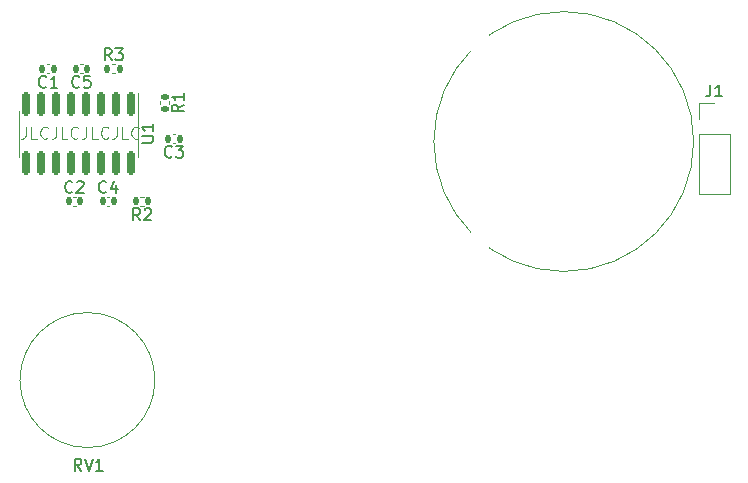
<source format=gto>
G04 #@! TF.GenerationSoftware,KiCad,Pcbnew,(6.0.1-0)*
G04 #@! TF.CreationDate,2022-01-17T01:44:42+01:00*
G04 #@! TF.ProjectId,f_buzzer,665f6275-7a7a-4657-922e-6b696361645f,rev?*
G04 #@! TF.SameCoordinates,Original*
G04 #@! TF.FileFunction,Legend,Top*
G04 #@! TF.FilePolarity,Positive*
%FSLAX46Y46*%
G04 Gerber Fmt 4.6, Leading zero omitted, Abs format (unit mm)*
G04 Created by KiCad (PCBNEW (6.0.1-0)) date 2022-01-17 01:44:42*
%MOMM*%
%LPD*%
G01*
G04 APERTURE LIST*
G04 Aperture macros list*
%AMRoundRect*
0 Rectangle with rounded corners*
0 $1 Rounding radius*
0 $2 $3 $4 $5 $6 $7 $8 $9 X,Y pos of 4 corners*
0 Add a 4 corners polygon primitive as box body*
4,1,4,$2,$3,$4,$5,$6,$7,$8,$9,$2,$3,0*
0 Add four circle primitives for the rounded corners*
1,1,$1+$1,$2,$3*
1,1,$1+$1,$4,$5*
1,1,$1+$1,$6,$7*
1,1,$1+$1,$8,$9*
0 Add four rect primitives between the rounded corners*
20,1,$1+$1,$2,$3,$4,$5,0*
20,1,$1+$1,$4,$5,$6,$7,0*
20,1,$1+$1,$6,$7,$8,$9,0*
20,1,$1+$1,$8,$9,$2,$3,0*%
G04 Aperture macros list end*
%ADD10C,0.100000*%
%ADD11C,0.150000*%
%ADD12C,0.120000*%
%ADD13O,1.500000X9.000000*%
%ADD14RoundRect,0.140000X0.140000X0.170000X-0.140000X0.170000X-0.140000X-0.170000X0.140000X-0.170000X0*%
%ADD15RoundRect,0.135000X-0.185000X0.135000X-0.185000X-0.135000X0.185000X-0.135000X0.185000X0.135000X0*%
%ADD16RoundRect,0.135000X0.135000X0.185000X-0.135000X0.185000X-0.135000X-0.185000X0.135000X-0.185000X0*%
%ADD17RoundRect,0.135000X-0.135000X-0.185000X0.135000X-0.185000X0.135000X0.185000X-0.135000X0.185000X0*%
%ADD18C,1.524000*%
%ADD19RoundRect,0.150000X-0.150000X0.825000X-0.150000X-0.825000X0.150000X-0.825000X0.150000X0.825000X0*%
%ADD20R,1.700000X1.700000*%
%ADD21O,1.700000X1.700000*%
%ADD22RoundRect,0.140000X-0.140000X-0.170000X0.140000X-0.170000X0.140000X0.170000X-0.140000X0.170000X0*%
%ADD23O,1.500000X13.000000*%
G04 APERTURE END LIST*
D10*
X123270952Y-86922380D02*
X123270952Y-87636666D01*
X123223333Y-87779523D01*
X123128095Y-87874761D01*
X122985238Y-87922380D01*
X122890000Y-87922380D01*
X124223333Y-87922380D02*
X123747142Y-87922380D01*
X123747142Y-86922380D01*
X125128095Y-87827142D02*
X125080476Y-87874761D01*
X124937619Y-87922380D01*
X124842380Y-87922380D01*
X124699523Y-87874761D01*
X124604285Y-87779523D01*
X124556666Y-87684285D01*
X124509047Y-87493809D01*
X124509047Y-87350952D01*
X124556666Y-87160476D01*
X124604285Y-87065238D01*
X124699523Y-86970000D01*
X124842380Y-86922380D01*
X124937619Y-86922380D01*
X125080476Y-86970000D01*
X125128095Y-87017619D01*
X125842380Y-86922380D02*
X125842380Y-87636666D01*
X125794761Y-87779523D01*
X125699523Y-87874761D01*
X125556666Y-87922380D01*
X125461428Y-87922380D01*
X126794761Y-87922380D02*
X126318571Y-87922380D01*
X126318571Y-86922380D01*
X127699523Y-87827142D02*
X127651904Y-87874761D01*
X127509047Y-87922380D01*
X127413809Y-87922380D01*
X127270952Y-87874761D01*
X127175714Y-87779523D01*
X127128095Y-87684285D01*
X127080476Y-87493809D01*
X127080476Y-87350952D01*
X127128095Y-87160476D01*
X127175714Y-87065238D01*
X127270952Y-86970000D01*
X127413809Y-86922380D01*
X127509047Y-86922380D01*
X127651904Y-86970000D01*
X127699523Y-87017619D01*
X128413809Y-86922380D02*
X128413809Y-87636666D01*
X128366190Y-87779523D01*
X128270952Y-87874761D01*
X128128095Y-87922380D01*
X128032857Y-87922380D01*
X129366190Y-87922380D02*
X128890000Y-87922380D01*
X128890000Y-86922380D01*
X130270952Y-87827142D02*
X130223333Y-87874761D01*
X130080476Y-87922380D01*
X129985238Y-87922380D01*
X129842380Y-87874761D01*
X129747142Y-87779523D01*
X129699523Y-87684285D01*
X129651904Y-87493809D01*
X129651904Y-87350952D01*
X129699523Y-87160476D01*
X129747142Y-87065238D01*
X129842380Y-86970000D01*
X129985238Y-86922380D01*
X130080476Y-86922380D01*
X130223333Y-86970000D01*
X130270952Y-87017619D01*
X130985238Y-86922380D02*
X130985238Y-87636666D01*
X130937619Y-87779523D01*
X130842380Y-87874761D01*
X130699523Y-87922380D01*
X130604285Y-87922380D01*
X131937619Y-87922380D02*
X131461428Y-87922380D01*
X131461428Y-86922380D01*
X132842380Y-87827142D02*
X132794761Y-87874761D01*
X132651904Y-87922380D01*
X132556666Y-87922380D01*
X132413809Y-87874761D01*
X132318571Y-87779523D01*
X132270952Y-87684285D01*
X132223333Y-87493809D01*
X132223333Y-87350952D01*
X132270952Y-87160476D01*
X132318571Y-87065238D01*
X132413809Y-86970000D01*
X132556666Y-86922380D01*
X132651904Y-86922380D01*
X132794761Y-86970000D01*
X132842380Y-87017619D01*
D11*
X124993333Y-83517142D02*
X124945714Y-83564761D01*
X124802857Y-83612380D01*
X124707619Y-83612380D01*
X124564761Y-83564761D01*
X124469523Y-83469523D01*
X124421904Y-83374285D01*
X124374285Y-83183809D01*
X124374285Y-83040952D01*
X124421904Y-82850476D01*
X124469523Y-82755238D01*
X124564761Y-82660000D01*
X124707619Y-82612380D01*
X124802857Y-82612380D01*
X124945714Y-82660000D01*
X124993333Y-82707619D01*
X125945714Y-83612380D02*
X125374285Y-83612380D01*
X125660000Y-83612380D02*
X125660000Y-82612380D01*
X125564761Y-82755238D01*
X125469523Y-82850476D01*
X125374285Y-82898095D01*
X135643333Y-89437142D02*
X135595714Y-89484761D01*
X135452857Y-89532380D01*
X135357619Y-89532380D01*
X135214761Y-89484761D01*
X135119523Y-89389523D01*
X135071904Y-89294285D01*
X135024285Y-89103809D01*
X135024285Y-88960952D01*
X135071904Y-88770476D01*
X135119523Y-88675238D01*
X135214761Y-88580000D01*
X135357619Y-88532380D01*
X135452857Y-88532380D01*
X135595714Y-88580000D01*
X135643333Y-88627619D01*
X135976666Y-88532380D02*
X136595714Y-88532380D01*
X136262380Y-88913333D01*
X136405238Y-88913333D01*
X136500476Y-88960952D01*
X136548095Y-89008571D01*
X136595714Y-89103809D01*
X136595714Y-89341904D01*
X136548095Y-89437142D01*
X136500476Y-89484761D01*
X136405238Y-89532380D01*
X136119523Y-89532380D01*
X136024285Y-89484761D01*
X135976666Y-89437142D01*
X136642380Y-85036666D02*
X136166190Y-85370000D01*
X136642380Y-85608095D02*
X135642380Y-85608095D01*
X135642380Y-85227142D01*
X135690000Y-85131904D01*
X135737619Y-85084285D01*
X135832857Y-85036666D01*
X135975714Y-85036666D01*
X136070952Y-85084285D01*
X136118571Y-85131904D01*
X136166190Y-85227142D01*
X136166190Y-85608095D01*
X136642380Y-84084285D02*
X136642380Y-84655714D01*
X136642380Y-84370000D02*
X135642380Y-84370000D01*
X135785238Y-84465238D01*
X135880476Y-84560476D01*
X135928095Y-84655714D01*
X132963333Y-94832380D02*
X132630000Y-94356190D01*
X132391904Y-94832380D02*
X132391904Y-93832380D01*
X132772857Y-93832380D01*
X132868095Y-93880000D01*
X132915714Y-93927619D01*
X132963333Y-94022857D01*
X132963333Y-94165714D01*
X132915714Y-94260952D01*
X132868095Y-94308571D01*
X132772857Y-94356190D01*
X132391904Y-94356190D01*
X133344285Y-93927619D02*
X133391904Y-93880000D01*
X133487142Y-93832380D01*
X133725238Y-93832380D01*
X133820476Y-93880000D01*
X133868095Y-93927619D01*
X133915714Y-94022857D01*
X133915714Y-94118095D01*
X133868095Y-94260952D01*
X133296666Y-94832380D01*
X133915714Y-94832380D01*
X130533333Y-81282380D02*
X130200000Y-80806190D01*
X129961904Y-81282380D02*
X129961904Y-80282380D01*
X130342857Y-80282380D01*
X130438095Y-80330000D01*
X130485714Y-80377619D01*
X130533333Y-80472857D01*
X130533333Y-80615714D01*
X130485714Y-80710952D01*
X130438095Y-80758571D01*
X130342857Y-80806190D01*
X129961904Y-80806190D01*
X130866666Y-80282380D02*
X131485714Y-80282380D01*
X131152380Y-80663333D01*
X131295238Y-80663333D01*
X131390476Y-80710952D01*
X131438095Y-80758571D01*
X131485714Y-80853809D01*
X131485714Y-81091904D01*
X131438095Y-81187142D01*
X131390476Y-81234761D01*
X131295238Y-81282380D01*
X131009523Y-81282380D01*
X130914285Y-81234761D01*
X130866666Y-81187142D01*
X127974761Y-116032380D02*
X127641428Y-115556190D01*
X127403333Y-116032380D02*
X127403333Y-115032380D01*
X127784285Y-115032380D01*
X127879523Y-115080000D01*
X127927142Y-115127619D01*
X127974761Y-115222857D01*
X127974761Y-115365714D01*
X127927142Y-115460952D01*
X127879523Y-115508571D01*
X127784285Y-115556190D01*
X127403333Y-115556190D01*
X128260476Y-115032380D02*
X128593809Y-116032380D01*
X128927142Y-115032380D01*
X129784285Y-116032380D02*
X129212857Y-116032380D01*
X129498571Y-116032380D02*
X129498571Y-115032380D01*
X129403333Y-115175238D01*
X129308095Y-115270476D01*
X129212857Y-115318095D01*
X133072380Y-88261904D02*
X133881904Y-88261904D01*
X133977142Y-88214285D01*
X134024761Y-88166666D01*
X134072380Y-88071428D01*
X134072380Y-87880952D01*
X134024761Y-87785714D01*
X133977142Y-87738095D01*
X133881904Y-87690476D01*
X133072380Y-87690476D01*
X134072380Y-86690476D02*
X134072380Y-87261904D01*
X134072380Y-86976190D02*
X133072380Y-86976190D01*
X133215238Y-87071428D01*
X133310476Y-87166666D01*
X133358095Y-87261904D01*
X181236666Y-83352380D02*
X181236666Y-84066666D01*
X181189047Y-84209523D01*
X181093809Y-84304761D01*
X180950952Y-84352380D01*
X180855714Y-84352380D01*
X182236666Y-84352380D02*
X181665238Y-84352380D01*
X181950952Y-84352380D02*
X181950952Y-83352380D01*
X181855714Y-83495238D01*
X181760476Y-83590476D01*
X181665238Y-83638095D01*
X127213333Y-92427142D02*
X127165714Y-92474761D01*
X127022857Y-92522380D01*
X126927619Y-92522380D01*
X126784761Y-92474761D01*
X126689523Y-92379523D01*
X126641904Y-92284285D01*
X126594285Y-92093809D01*
X126594285Y-91950952D01*
X126641904Y-91760476D01*
X126689523Y-91665238D01*
X126784761Y-91570000D01*
X126927619Y-91522380D01*
X127022857Y-91522380D01*
X127165714Y-91570000D01*
X127213333Y-91617619D01*
X127594285Y-91617619D02*
X127641904Y-91570000D01*
X127737142Y-91522380D01*
X127975238Y-91522380D01*
X128070476Y-91570000D01*
X128118095Y-91617619D01*
X128165714Y-91712857D01*
X128165714Y-91808095D01*
X128118095Y-91950952D01*
X127546666Y-92522380D01*
X128165714Y-92522380D01*
X130083333Y-92427142D02*
X130035714Y-92474761D01*
X129892857Y-92522380D01*
X129797619Y-92522380D01*
X129654761Y-92474761D01*
X129559523Y-92379523D01*
X129511904Y-92284285D01*
X129464285Y-92093809D01*
X129464285Y-91950952D01*
X129511904Y-91760476D01*
X129559523Y-91665238D01*
X129654761Y-91570000D01*
X129797619Y-91522380D01*
X129892857Y-91522380D01*
X130035714Y-91570000D01*
X130083333Y-91617619D01*
X130940476Y-91855714D02*
X130940476Y-92522380D01*
X130702380Y-91474761D02*
X130464285Y-92189047D01*
X131083333Y-92189047D01*
X127803333Y-83517142D02*
X127755714Y-83564761D01*
X127612857Y-83612380D01*
X127517619Y-83612380D01*
X127374761Y-83564761D01*
X127279523Y-83469523D01*
X127231904Y-83374285D01*
X127184285Y-83183809D01*
X127184285Y-83040952D01*
X127231904Y-82850476D01*
X127279523Y-82755238D01*
X127374761Y-82660000D01*
X127517619Y-82612380D01*
X127612857Y-82612380D01*
X127755714Y-82660000D01*
X127803333Y-82707619D01*
X128708095Y-82612380D02*
X128231904Y-82612380D01*
X128184285Y-83088571D01*
X128231904Y-83040952D01*
X128327142Y-82993333D01*
X128565238Y-82993333D01*
X128660476Y-83040952D01*
X128708095Y-83088571D01*
X128755714Y-83183809D01*
X128755714Y-83421904D01*
X128708095Y-83517142D01*
X128660476Y-83564761D01*
X128565238Y-83612380D01*
X128327142Y-83612380D01*
X128231904Y-83564761D01*
X128184285Y-83517142D01*
D12*
X179820000Y-88170000D02*
G75*
G03*
X179820000Y-88170000I-11000000J0D01*
G01*
X125267836Y-81640000D02*
X125052164Y-81640000D01*
X125267836Y-82360000D02*
X125052164Y-82360000D01*
X135917836Y-88280000D02*
X135702164Y-88280000D01*
X135917836Y-87560000D02*
X135702164Y-87560000D01*
X135400000Y-84716359D02*
X135400000Y-85023641D01*
X134640000Y-84716359D02*
X134640000Y-85023641D01*
X133283641Y-93590000D02*
X132976359Y-93590000D01*
X133283641Y-92830000D02*
X132976359Y-92830000D01*
X130546359Y-81620000D02*
X130853641Y-81620000D01*
X130546359Y-82380000D02*
X130853641Y-82380000D01*
X134210000Y-108365000D02*
G75*
G03*
X134210000Y-108365000I-5715000J0D01*
G01*
X132780000Y-87500000D02*
X132780000Y-89450000D01*
X122660000Y-87500000D02*
X122660000Y-89450000D01*
X122660000Y-87500000D02*
X122660000Y-85550000D01*
X132780000Y-87500000D02*
X132780000Y-84050000D01*
X180240000Y-86230000D02*
X180240000Y-84900000D01*
X180240000Y-84900000D02*
X181570000Y-84900000D01*
X180240000Y-87500000D02*
X180240000Y-92640000D01*
X180240000Y-92640000D02*
X182900000Y-92640000D01*
X182900000Y-87500000D02*
X182900000Y-92640000D01*
X180240000Y-87500000D02*
X182900000Y-87500000D01*
X127272164Y-93590000D02*
X127487836Y-93590000D01*
X127272164Y-92870000D02*
X127487836Y-92870000D01*
X130142164Y-92870000D02*
X130357836Y-92870000D01*
X130142164Y-93590000D02*
X130357836Y-93590000D01*
X128077836Y-81640000D02*
X127862164Y-81640000D01*
X128077836Y-82360000D02*
X127862164Y-82360000D01*
%LPC*%
D13*
X168820000Y-82850000D03*
X168810000Y-93490000D03*
D14*
X125640000Y-82000000D03*
X124680000Y-82000000D03*
X136290000Y-87920000D03*
X135330000Y-87920000D03*
D15*
X135020000Y-84360000D03*
X135020000Y-85380000D03*
D16*
X133640000Y-93210000D03*
X132620000Y-93210000D03*
D17*
X130190000Y-82000000D03*
X131210000Y-82000000D03*
D18*
X131035000Y-108365000D03*
X128495000Y-105825000D03*
X125955000Y-108365000D03*
D19*
X132165000Y-85025000D03*
X130895000Y-85025000D03*
X129625000Y-85025000D03*
X128355000Y-85025000D03*
X127085000Y-85025000D03*
X125815000Y-85025000D03*
X124545000Y-85025000D03*
X123275000Y-85025000D03*
X123275000Y-89975000D03*
X124545000Y-89975000D03*
X125815000Y-89975000D03*
X127085000Y-89975000D03*
X128355000Y-89975000D03*
X129625000Y-89975000D03*
X130895000Y-89975000D03*
X132165000Y-89975000D03*
D20*
X181570000Y-86230000D03*
D21*
X181570000Y-88770000D03*
X181570000Y-91310000D03*
D22*
X126900000Y-93230000D03*
X127860000Y-93230000D03*
X129770000Y-93230000D03*
X130730000Y-93230000D03*
D14*
X128450000Y-82000000D03*
X127490000Y-82000000D03*
D23*
X161740000Y-85020000D03*
X161740000Y-99680000D03*
M02*

</source>
